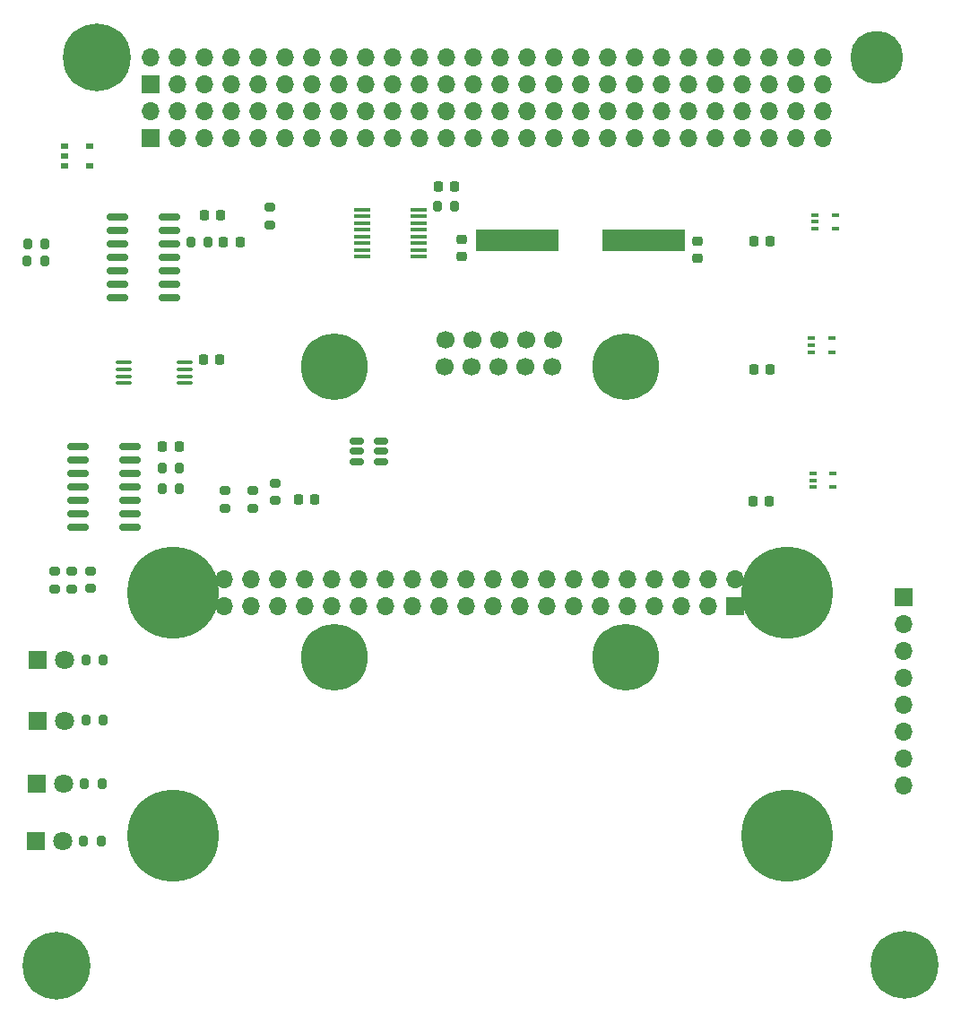
<source format=gts>
%TF.GenerationSoftware,KiCad,Pcbnew,(6.0.5-0)*%
%TF.CreationDate,2022-05-22T21:56:00-04:00*%
%TF.ProjectId,Payload Board,5061796c-6f61-4642-9042-6f6172642e6b,rev?*%
%TF.SameCoordinates,Original*%
%TF.FileFunction,Soldermask,Top*%
%TF.FilePolarity,Negative*%
%FSLAX46Y46*%
G04 Gerber Fmt 4.6, Leading zero omitted, Abs format (unit mm)*
G04 Created by KiCad (PCBNEW (6.0.5-0)) date 2022-05-22 21:56:00*
%MOMM*%
%LPD*%
G01*
G04 APERTURE LIST*
G04 Aperture macros list*
%AMRoundRect*
0 Rectangle with rounded corners*
0 $1 Rounding radius*
0 $2 $3 $4 $5 $6 $7 $8 $9 X,Y pos of 4 corners*
0 Add a 4 corners polygon primitive as box body*
4,1,4,$2,$3,$4,$5,$6,$7,$8,$9,$2,$3,0*
0 Add four circle primitives for the rounded corners*
1,1,$1+$1,$2,$3*
1,1,$1+$1,$4,$5*
1,1,$1+$1,$6,$7*
1,1,$1+$1,$8,$9*
0 Add four rect primitives between the rounded corners*
20,1,$1+$1,$2,$3,$4,$5,0*
20,1,$1+$1,$4,$5,$6,$7,0*
20,1,$1+$1,$6,$7,$8,$9,0*
20,1,$1+$1,$8,$9,$2,$3,0*%
G04 Aperture macros list end*
%ADD10R,0.650000X0.400000*%
%ADD11R,1.600000X0.410000*%
%ADD12RoundRect,0.100000X-0.637500X-0.100000X0.637500X-0.100000X0.637500X0.100000X-0.637500X0.100000X0*%
%ADD13RoundRect,0.150000X-0.825000X-0.150000X0.825000X-0.150000X0.825000X0.150000X-0.825000X0.150000X0*%
%ADD14C,8.650000*%
%ADD15R,1.700000X1.700000*%
%ADD16O,1.700000X1.700000*%
%ADD17C,1.700000*%
%ADD18C,6.300000*%
%ADD19R,7.875000X2.000000*%
%ADD20RoundRect,0.200000X-0.200000X-0.275000X0.200000X-0.275000X0.200000X0.275000X-0.200000X0.275000X0*%
%ADD21RoundRect,0.225000X0.225000X0.250000X-0.225000X0.250000X-0.225000X-0.250000X0.225000X-0.250000X0*%
%ADD22RoundRect,0.225000X-0.250000X0.225000X-0.250000X-0.225000X0.250000X-0.225000X0.250000X0.225000X0*%
%ADD23RoundRect,0.225000X-0.225000X-0.250000X0.225000X-0.250000X0.225000X0.250000X-0.225000X0.250000X0*%
%ADD24RoundRect,0.200000X-0.275000X0.200000X-0.275000X-0.200000X0.275000X-0.200000X0.275000X0.200000X0*%
%ADD25RoundRect,0.200000X0.275000X-0.200000X0.275000X0.200000X-0.275000X0.200000X-0.275000X-0.200000X0*%
%ADD26RoundRect,0.200000X0.200000X0.275000X-0.200000X0.275000X-0.200000X-0.275000X0.200000X-0.275000X0*%
%ADD27C,5.000000*%
%ADD28C,6.400000*%
%ADD29R,1.800000X1.800000*%
%ADD30C,1.800000*%
%ADD31R,0.700000X0.510000*%
%ADD32RoundRect,0.150000X-0.512500X-0.150000X0.512500X-0.150000X0.512500X0.150000X-0.512500X0.150000X0*%
G04 APERTURE END LIST*
D10*
%TO.C,U2*%
X128190000Y-75290000D03*
X128190000Y-75940000D03*
X128190000Y-76590000D03*
X130090000Y-76590000D03*
X130090000Y-75290000D03*
%TD*%
%TO.C,U3*%
X127830000Y-86960000D03*
X127830000Y-87610000D03*
X127830000Y-88260000D03*
X129730000Y-88260000D03*
X129730000Y-86960000D03*
%TD*%
D11*
%TO.C,U5*%
X85435700Y-74777500D03*
X85435700Y-75412500D03*
X85435700Y-76047500D03*
X85435700Y-76682500D03*
X85435700Y-77317500D03*
X85435700Y-77952500D03*
X85435700Y-78587500D03*
X85435700Y-79222500D03*
X90744300Y-79222500D03*
X90744300Y-78587500D03*
X90744300Y-77952500D03*
X90744300Y-77317500D03*
X90744300Y-76682500D03*
X90744300Y-76047500D03*
X90744300Y-75412500D03*
X90744300Y-74777500D03*
%TD*%
D12*
%TO.C,U6*%
X62877500Y-89245000D03*
X62877500Y-89895000D03*
X62877500Y-90545000D03*
X62877500Y-91195000D03*
X68602500Y-91195000D03*
X68602500Y-90545000D03*
X68602500Y-89895000D03*
X68602500Y-89245000D03*
%TD*%
D13*
%TO.C,U8*%
X62285000Y-75450000D03*
X62285000Y-76720000D03*
X62285000Y-77990000D03*
X62285000Y-79260000D03*
X62285000Y-80530000D03*
X62285000Y-81800000D03*
X62285000Y-83070000D03*
X67235000Y-83070000D03*
X67235000Y-81800000D03*
X67235000Y-80530000D03*
X67235000Y-79260000D03*
X67235000Y-77990000D03*
X67235000Y-76720000D03*
X67235000Y-75450000D03*
%TD*%
D14*
%TO.C,U1*%
X125500000Y-133950000D03*
X67500000Y-110950000D03*
X67500000Y-133950000D03*
X125500000Y-110950000D03*
D15*
X120630000Y-112220000D03*
D16*
X120630000Y-109680000D03*
X118090000Y-112220000D03*
X118090000Y-109680000D03*
X115550000Y-112220000D03*
X115550000Y-109680000D03*
X113010000Y-112220000D03*
X113010000Y-109680000D03*
X110470000Y-112220000D03*
X110470000Y-109680000D03*
X107930000Y-112220000D03*
X107930000Y-109680000D03*
X105390000Y-112220000D03*
X105390000Y-109680000D03*
X102850000Y-112220000D03*
X102850000Y-109680000D03*
X100310000Y-112220000D03*
X100310000Y-109680000D03*
X97770000Y-112220000D03*
X97770000Y-109680000D03*
X95230000Y-112220000D03*
X95230000Y-109680000D03*
X92690000Y-112220000D03*
X92690000Y-109680000D03*
X90150000Y-112220000D03*
X90150000Y-109680000D03*
X87610000Y-112220000D03*
X87610000Y-109680000D03*
X85070000Y-112220000D03*
X85070000Y-109680000D03*
X82530000Y-112220000D03*
X82530000Y-109680000D03*
X79990000Y-112220000D03*
X79990000Y-109680000D03*
X77450000Y-112220000D03*
X77450000Y-109680000D03*
X74910000Y-112220000D03*
X74910000Y-109680000D03*
X72370000Y-112220000D03*
X72370000Y-109680000D03*
%TD*%
D17*
%TO.C,U7*%
X103380000Y-89590000D03*
X93220000Y-89590000D03*
X100840000Y-89590000D03*
D18*
X110280000Y-117090000D03*
X110280000Y-89590000D03*
D17*
X95760000Y-89590000D03*
D18*
X82780000Y-117090000D03*
D17*
X98300000Y-89590000D03*
D18*
X82780000Y-89590000D03*
D17*
X93258334Y-87072480D03*
X95798334Y-87072480D03*
X98338334Y-87072480D03*
X100878334Y-87072480D03*
X103418334Y-87072480D03*
%TD*%
D19*
%TO.C,Y1*%
X100082500Y-77660000D03*
X111957500Y-77660000D03*
%TD*%
D20*
%TO.C,R6*%
X53795000Y-78040000D03*
X55445000Y-78040000D03*
%TD*%
D21*
%TO.C,C1*%
X123945000Y-77750000D03*
X122395000Y-77750000D03*
%TD*%
%TO.C,C2*%
X123915000Y-89920000D03*
X122365000Y-89920000D03*
%TD*%
%TO.C,C3*%
X123835000Y-102290000D03*
X122285000Y-102290000D03*
%TD*%
D22*
%TO.C,C4*%
X94830000Y-77645000D03*
X94830000Y-79195000D03*
%TD*%
D23*
%TO.C,C5*%
X70405000Y-88980000D03*
X71955000Y-88980000D03*
%TD*%
D22*
%TO.C,C6*%
X117030000Y-77795000D03*
X117030000Y-79345000D03*
%TD*%
D21*
%TO.C,C7*%
X72060000Y-75350000D03*
X70510000Y-75350000D03*
%TD*%
D23*
%TO.C,C8*%
X72295000Y-77850000D03*
X73845000Y-77850000D03*
%TD*%
D24*
%TO.C,R1*%
X72440000Y-101355000D03*
X72440000Y-103005000D03*
%TD*%
D25*
%TO.C,R2*%
X75090000Y-102985000D03*
X75090000Y-101335000D03*
%TD*%
%TO.C,R3*%
X77210000Y-102265000D03*
X77210000Y-100615000D03*
%TD*%
D24*
%TO.C,R4*%
X76693334Y-74597480D03*
X76693334Y-76247480D03*
%TD*%
D26*
%TO.C,R5*%
X94130000Y-74470000D03*
X92480000Y-74470000D03*
%TD*%
D20*
%TO.C,R7*%
X53775000Y-79640000D03*
X55425000Y-79640000D03*
%TD*%
%TO.C,R8*%
X69205000Y-77860000D03*
X70855000Y-77860000D03*
%TD*%
D15*
%TO.C,J1*%
X136580000Y-111370000D03*
D16*
X136580000Y-113910000D03*
X136580000Y-116450000D03*
X136580000Y-118990000D03*
X136580000Y-121530000D03*
X136580000Y-124070000D03*
X136580000Y-126610000D03*
X136580000Y-129150000D03*
%TD*%
D15*
%TO.C,H1*%
X65448128Y-68081662D03*
D16*
X65448128Y-65541662D03*
X67988128Y-68081662D03*
X67988128Y-65531662D03*
X70528128Y-68081662D03*
X70528128Y-65531662D03*
X73068128Y-68081662D03*
X73068128Y-65531662D03*
X75608128Y-68081662D03*
X75608128Y-65531662D03*
X78148128Y-68081662D03*
X78148128Y-65531662D03*
X80688128Y-68081662D03*
X80688128Y-65531662D03*
X83228128Y-68081662D03*
X83228128Y-65531662D03*
X85768128Y-68081662D03*
X85768128Y-65531662D03*
X88308128Y-68081662D03*
X88308128Y-65531662D03*
X90848128Y-68081662D03*
X90848128Y-65531662D03*
X93388128Y-68081662D03*
X93388128Y-65531662D03*
X95928128Y-68081662D03*
X95928128Y-65531662D03*
X98468128Y-68081662D03*
X98468128Y-65531662D03*
X101008128Y-68081662D03*
X101008128Y-65531662D03*
X103548128Y-68081662D03*
X103548128Y-65531662D03*
X106088128Y-68081662D03*
X106088128Y-65531662D03*
X108628128Y-68081662D03*
X108628128Y-65531662D03*
X111168128Y-68081662D03*
X111168128Y-65531662D03*
X113708128Y-68081662D03*
X113708128Y-65531662D03*
X116248128Y-68081662D03*
X116248128Y-65531662D03*
X118788128Y-68081662D03*
X118788128Y-65531662D03*
X121328128Y-68081662D03*
X121328128Y-65531662D03*
X123868128Y-68081662D03*
X123868128Y-65531662D03*
X126408128Y-68081662D03*
X126408128Y-65531662D03*
X128948128Y-68081662D03*
X128948128Y-65531662D03*
%TD*%
D15*
%TO.C,H2*%
X65448128Y-63001662D03*
D16*
X65448128Y-60461662D03*
X67988128Y-63001662D03*
X67988128Y-60451662D03*
X70528128Y-63001662D03*
X70528128Y-60451662D03*
X73068128Y-63001662D03*
X73068128Y-60451662D03*
X75608128Y-63001662D03*
X75608128Y-60451662D03*
X78148128Y-63001662D03*
X78148128Y-60451662D03*
X80688128Y-63001662D03*
X80688128Y-60451662D03*
X83228128Y-63001662D03*
X83228128Y-60451662D03*
X85768128Y-63001662D03*
X85768128Y-60451662D03*
X88308128Y-63001662D03*
X88308128Y-60451662D03*
X90848128Y-63001662D03*
X90848128Y-60451662D03*
X93388128Y-63001662D03*
X93388128Y-60451662D03*
X95928128Y-63001662D03*
X95928128Y-60451662D03*
X98468128Y-63001662D03*
X98468128Y-60451662D03*
X101008128Y-63001662D03*
X101008128Y-60451662D03*
X103548128Y-63001662D03*
X103548128Y-60451662D03*
X106088128Y-63001662D03*
X106088128Y-60451662D03*
X108628128Y-63001662D03*
X108628128Y-60451662D03*
X111168128Y-63001662D03*
X111168128Y-60451662D03*
X113708128Y-63001662D03*
X113708128Y-60451662D03*
X116248128Y-63001662D03*
X116248128Y-60451662D03*
X118788128Y-63001662D03*
X118788128Y-60451662D03*
X121328128Y-63001662D03*
X121328128Y-60451662D03*
X123868128Y-63001662D03*
X123868128Y-60451662D03*
X126408128Y-63001662D03*
X126408128Y-60451662D03*
X128948128Y-63001662D03*
X128948128Y-60451662D03*
%TD*%
D23*
%TO.C,C9*%
X92605000Y-72620000D03*
X94155000Y-72620000D03*
%TD*%
D27*
%TO.C,REF\u002A\u002A*%
X134028128Y-60461662D03*
%TD*%
D28*
%TO.C,REF\u002A\u002A*%
X60368128Y-60461662D03*
%TD*%
D29*
%TO.C,D3*%
X54673334Y-128972480D03*
D30*
X57213334Y-128972480D03*
%TD*%
D28*
%TO.C,REF\u002A\u002A*%
X56558128Y-146186662D03*
%TD*%
D26*
%TO.C,R13*%
X68153334Y-101172480D03*
X66503334Y-101172480D03*
%TD*%
D25*
%TO.C,R17*%
X59738334Y-110557480D03*
X59738334Y-108907480D03*
%TD*%
D10*
%TO.C,U4*%
X127968334Y-99712480D03*
X127968334Y-100362480D03*
X127968334Y-101012480D03*
X129868334Y-101012480D03*
X129868334Y-99712480D03*
%TD*%
D31*
%TO.C,IC1*%
X57308334Y-68802480D03*
X57308334Y-69752480D03*
X57308334Y-70702480D03*
X59628334Y-70702480D03*
X59628334Y-68802480D03*
%TD*%
D24*
%TO.C,R16*%
X57988334Y-108947480D03*
X57988334Y-110597480D03*
%TD*%
D21*
%TO.C,C11*%
X80923334Y-102162480D03*
X79373334Y-102162480D03*
%TD*%
D26*
%TO.C,R9*%
X60938334Y-117352480D03*
X59288334Y-117352480D03*
%TD*%
D29*
%TO.C,D1*%
X54773334Y-117322480D03*
D30*
X57313334Y-117322480D03*
%TD*%
D32*
%TO.C,U10*%
X84930834Y-96672480D03*
X84930834Y-97622480D03*
X84930834Y-98572480D03*
X87205834Y-98572480D03*
X87205834Y-97622480D03*
X87205834Y-96672480D03*
%TD*%
D26*
%TO.C,R11*%
X60813334Y-128962480D03*
X59163334Y-128962480D03*
%TD*%
%TO.C,R12*%
X60753334Y-134442480D03*
X59103334Y-134442480D03*
%TD*%
D24*
%TO.C,R15*%
X56388334Y-108947480D03*
X56388334Y-110597480D03*
%TD*%
D28*
%TO.C,REF\u002A\u002A*%
X136603128Y-146126662D03*
%TD*%
D26*
%TO.C,R10*%
X60953334Y-123022480D03*
X59303334Y-123022480D03*
%TD*%
%TO.C,R14*%
X68133334Y-99232480D03*
X66483334Y-99232480D03*
%TD*%
D13*
%TO.C,U9*%
X58533334Y-97182480D03*
X58533334Y-98452480D03*
X58533334Y-99722480D03*
X58533334Y-100992480D03*
X58533334Y-102262480D03*
X58533334Y-103532480D03*
X58533334Y-104802480D03*
X63483334Y-104802480D03*
X63483334Y-103532480D03*
X63483334Y-102262480D03*
X63483334Y-100992480D03*
X63483334Y-99722480D03*
X63483334Y-98452480D03*
X63483334Y-97182480D03*
%TD*%
D29*
%TO.C,D2*%
X54743334Y-123062480D03*
D30*
X57283334Y-123062480D03*
%TD*%
D23*
%TO.C,C10*%
X66553334Y-97162480D03*
X68103334Y-97162480D03*
%TD*%
D29*
%TO.C,D4*%
X54593334Y-134412480D03*
D30*
X57133334Y-134412480D03*
%TD*%
M02*

</source>
